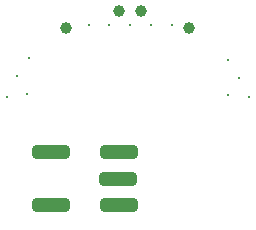
<source format=gts>
G04 Layer_Color=8388736*
%FSLAX25Y25*%
%MOIN*%
G70*
G01*
G75*
%ADD13C,0.03937*%
G04:AMPARAMS|DCode=21|XSize=126.11mil|YSize=47.37mil|CornerRadius=13.84mil|HoleSize=0mil|Usage=FLASHONLY|Rotation=0.000|XOffset=0mil|YOffset=0mil|HoleType=Round|Shape=RoundedRectangle|*
%AMROUNDEDRECTD21*
21,1,0.12611,0.01969,0,0,0.0*
21,1,0.09843,0.04737,0,0,0.0*
1,1,0.02769,0.04921,-0.00984*
1,1,0.02769,-0.04921,-0.00984*
1,1,0.02769,-0.04921,0.00984*
1,1,0.02769,0.04921,0.00984*
%
%ADD21ROUNDEDRECTD21*%
%ADD22C,0.00800*%
D13*
X20374Y37500D02*
D03*
X-20571D02*
D03*
X-2953Y43209D02*
D03*
X4232Y43307D02*
D03*
D21*
X-3248Y-12697D02*
D03*
X-3051Y-3839D02*
D03*
Y-21555D02*
D03*
X-25689Y-3839D02*
D03*
Y-21555D02*
D03*
D22*
X-13156Y38484D02*
D03*
X14534D02*
D03*
X689D02*
D03*
X-33169Y27657D02*
D03*
X-33563Y15453D02*
D03*
X-40256Y14567D02*
D03*
X33465Y15157D02*
D03*
X37106Y21063D02*
D03*
X33366Y26870D02*
D03*
X-6234Y38484D02*
D03*
X7611D02*
D03*
X40354Y14567D02*
D03*
X-36909Y21555D02*
D03*
M02*

</source>
